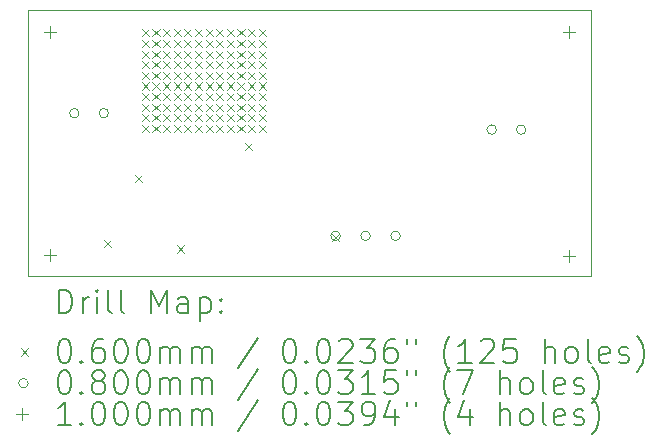
<source format=gbr>
%TF.GenerationSoftware,KiCad,Pcbnew,9.0.1*%
%TF.CreationDate,2025-08-22T15:46:59+05:00*%
%TF.ProjectId,dc_boost_converter,64635f62-6f6f-4737-945f-636f6e766572,rev?*%
%TF.SameCoordinates,Original*%
%TF.FileFunction,Drillmap*%
%TF.FilePolarity,Positive*%
%FSLAX45Y45*%
G04 Gerber Fmt 4.5, Leading zero omitted, Abs format (unit mm)*
G04 Created by KiCad (PCBNEW 9.0.1) date 2025-08-22 15:46:59*
%MOMM*%
%LPD*%
G01*
G04 APERTURE LIST*
%ADD10C,0.050000*%
%ADD11C,0.200000*%
%ADD12C,0.100000*%
G04 APERTURE END LIST*
D10*
X13530000Y-7340000D02*
X18290000Y-7340000D01*
X18290000Y-9590000D01*
X13530000Y-9590000D01*
X13530000Y-7340000D01*
D11*
D12*
X14170000Y-9280000D02*
X14230000Y-9340000D01*
X14230000Y-9280000D02*
X14170000Y-9340000D01*
X14430000Y-8730000D02*
X14490000Y-8790000D01*
X14490000Y-8730000D02*
X14430000Y-8790000D01*
X14490000Y-7500000D02*
X14550000Y-7560000D01*
X14550000Y-7500000D02*
X14490000Y-7560000D01*
X14490000Y-7590000D02*
X14550000Y-7650000D01*
X14550000Y-7590000D02*
X14490000Y-7650000D01*
X14490000Y-7680000D02*
X14550000Y-7740000D01*
X14550000Y-7680000D02*
X14490000Y-7740000D01*
X14490000Y-7770000D02*
X14550000Y-7830000D01*
X14550000Y-7770000D02*
X14490000Y-7830000D01*
X14490000Y-7860000D02*
X14550000Y-7920000D01*
X14550000Y-7860000D02*
X14490000Y-7920000D01*
X14490000Y-7950000D02*
X14550000Y-8010000D01*
X14550000Y-7950000D02*
X14490000Y-8010000D01*
X14490000Y-8040000D02*
X14550000Y-8100000D01*
X14550000Y-8040000D02*
X14490000Y-8100000D01*
X14490000Y-8130000D02*
X14550000Y-8190000D01*
X14550000Y-8130000D02*
X14490000Y-8190000D01*
X14490000Y-8220000D02*
X14550000Y-8280000D01*
X14550000Y-8220000D02*
X14490000Y-8280000D01*
X14490000Y-8310000D02*
X14550000Y-8370000D01*
X14550000Y-8310000D02*
X14490000Y-8370000D01*
X14580000Y-7500000D02*
X14640000Y-7560000D01*
X14640000Y-7500000D02*
X14580000Y-7560000D01*
X14580000Y-7590000D02*
X14640000Y-7650000D01*
X14640000Y-7590000D02*
X14580000Y-7650000D01*
X14580000Y-7680000D02*
X14640000Y-7740000D01*
X14640000Y-7680000D02*
X14580000Y-7740000D01*
X14580000Y-7770000D02*
X14640000Y-7830000D01*
X14640000Y-7770000D02*
X14580000Y-7830000D01*
X14580000Y-7860000D02*
X14640000Y-7920000D01*
X14640000Y-7860000D02*
X14580000Y-7920000D01*
X14580000Y-7950000D02*
X14640000Y-8010000D01*
X14640000Y-7950000D02*
X14580000Y-8010000D01*
X14580000Y-8040000D02*
X14640000Y-8100000D01*
X14640000Y-8040000D02*
X14580000Y-8100000D01*
X14580000Y-8130000D02*
X14640000Y-8190000D01*
X14640000Y-8130000D02*
X14580000Y-8190000D01*
X14580000Y-8220000D02*
X14640000Y-8280000D01*
X14640000Y-8220000D02*
X14580000Y-8280000D01*
X14580000Y-8310000D02*
X14640000Y-8370000D01*
X14640000Y-8310000D02*
X14580000Y-8370000D01*
X14670000Y-7500000D02*
X14730000Y-7560000D01*
X14730000Y-7500000D02*
X14670000Y-7560000D01*
X14670000Y-7590000D02*
X14730000Y-7650000D01*
X14730000Y-7590000D02*
X14670000Y-7650000D01*
X14670000Y-7680000D02*
X14730000Y-7740000D01*
X14730000Y-7680000D02*
X14670000Y-7740000D01*
X14670000Y-7770000D02*
X14730000Y-7830000D01*
X14730000Y-7770000D02*
X14670000Y-7830000D01*
X14670000Y-7860000D02*
X14730000Y-7920000D01*
X14730000Y-7860000D02*
X14670000Y-7920000D01*
X14670000Y-7950000D02*
X14730000Y-8010000D01*
X14730000Y-7950000D02*
X14670000Y-8010000D01*
X14670000Y-8040000D02*
X14730000Y-8100000D01*
X14730000Y-8040000D02*
X14670000Y-8100000D01*
X14670000Y-8130000D02*
X14730000Y-8190000D01*
X14730000Y-8130000D02*
X14670000Y-8190000D01*
X14670000Y-8220000D02*
X14730000Y-8280000D01*
X14730000Y-8220000D02*
X14670000Y-8280000D01*
X14670000Y-8310000D02*
X14730000Y-8370000D01*
X14730000Y-8310000D02*
X14670000Y-8370000D01*
X14760000Y-7500000D02*
X14820000Y-7560000D01*
X14820000Y-7500000D02*
X14760000Y-7560000D01*
X14760000Y-7590000D02*
X14820000Y-7650000D01*
X14820000Y-7590000D02*
X14760000Y-7650000D01*
X14760000Y-7680000D02*
X14820000Y-7740000D01*
X14820000Y-7680000D02*
X14760000Y-7740000D01*
X14760000Y-7770000D02*
X14820000Y-7830000D01*
X14820000Y-7770000D02*
X14760000Y-7830000D01*
X14760000Y-7860000D02*
X14820000Y-7920000D01*
X14820000Y-7860000D02*
X14760000Y-7920000D01*
X14760000Y-7950000D02*
X14820000Y-8010000D01*
X14820000Y-7950000D02*
X14760000Y-8010000D01*
X14760000Y-8040000D02*
X14820000Y-8100000D01*
X14820000Y-8040000D02*
X14760000Y-8100000D01*
X14760000Y-8130000D02*
X14820000Y-8190000D01*
X14820000Y-8130000D02*
X14760000Y-8190000D01*
X14760000Y-8220000D02*
X14820000Y-8280000D01*
X14820000Y-8220000D02*
X14760000Y-8280000D01*
X14760000Y-8310000D02*
X14820000Y-8370000D01*
X14820000Y-8310000D02*
X14760000Y-8370000D01*
X14790000Y-9330000D02*
X14850000Y-9390000D01*
X14850000Y-9330000D02*
X14790000Y-9390000D01*
X14850000Y-7500000D02*
X14910000Y-7560000D01*
X14910000Y-7500000D02*
X14850000Y-7560000D01*
X14850000Y-7590000D02*
X14910000Y-7650000D01*
X14910000Y-7590000D02*
X14850000Y-7650000D01*
X14850000Y-7680000D02*
X14910000Y-7740000D01*
X14910000Y-7680000D02*
X14850000Y-7740000D01*
X14850000Y-7770000D02*
X14910000Y-7830000D01*
X14910000Y-7770000D02*
X14850000Y-7830000D01*
X14850000Y-7860000D02*
X14910000Y-7920000D01*
X14910000Y-7860000D02*
X14850000Y-7920000D01*
X14850000Y-7950000D02*
X14910000Y-8010000D01*
X14910000Y-7950000D02*
X14850000Y-8010000D01*
X14850000Y-8040000D02*
X14910000Y-8100000D01*
X14910000Y-8040000D02*
X14850000Y-8100000D01*
X14850000Y-8130000D02*
X14910000Y-8190000D01*
X14910000Y-8130000D02*
X14850000Y-8190000D01*
X14850000Y-8220000D02*
X14910000Y-8280000D01*
X14910000Y-8220000D02*
X14850000Y-8280000D01*
X14850000Y-8310000D02*
X14910000Y-8370000D01*
X14910000Y-8310000D02*
X14850000Y-8370000D01*
X14940000Y-7500000D02*
X15000000Y-7560000D01*
X15000000Y-7500000D02*
X14940000Y-7560000D01*
X14940000Y-7590000D02*
X15000000Y-7650000D01*
X15000000Y-7590000D02*
X14940000Y-7650000D01*
X14940000Y-7680000D02*
X15000000Y-7740000D01*
X15000000Y-7680000D02*
X14940000Y-7740000D01*
X14940000Y-7770000D02*
X15000000Y-7830000D01*
X15000000Y-7770000D02*
X14940000Y-7830000D01*
X14940000Y-7860000D02*
X15000000Y-7920000D01*
X15000000Y-7860000D02*
X14940000Y-7920000D01*
X14940000Y-7950000D02*
X15000000Y-8010000D01*
X15000000Y-7950000D02*
X14940000Y-8010000D01*
X14940000Y-8040000D02*
X15000000Y-8100000D01*
X15000000Y-8040000D02*
X14940000Y-8100000D01*
X14940000Y-8130000D02*
X15000000Y-8190000D01*
X15000000Y-8130000D02*
X14940000Y-8190000D01*
X14940000Y-8220000D02*
X15000000Y-8280000D01*
X15000000Y-8220000D02*
X14940000Y-8280000D01*
X14940000Y-8310000D02*
X15000000Y-8370000D01*
X15000000Y-8310000D02*
X14940000Y-8370000D01*
X15030000Y-7500000D02*
X15090000Y-7560000D01*
X15090000Y-7500000D02*
X15030000Y-7560000D01*
X15030000Y-7590000D02*
X15090000Y-7650000D01*
X15090000Y-7590000D02*
X15030000Y-7650000D01*
X15030000Y-7680000D02*
X15090000Y-7740000D01*
X15090000Y-7680000D02*
X15030000Y-7740000D01*
X15030000Y-7770000D02*
X15090000Y-7830000D01*
X15090000Y-7770000D02*
X15030000Y-7830000D01*
X15030000Y-7860000D02*
X15090000Y-7920000D01*
X15090000Y-7860000D02*
X15030000Y-7920000D01*
X15030000Y-7950000D02*
X15090000Y-8010000D01*
X15090000Y-7950000D02*
X15030000Y-8010000D01*
X15030000Y-8040000D02*
X15090000Y-8100000D01*
X15090000Y-8040000D02*
X15030000Y-8100000D01*
X15030000Y-8130000D02*
X15090000Y-8190000D01*
X15090000Y-8130000D02*
X15030000Y-8190000D01*
X15030000Y-8220000D02*
X15090000Y-8280000D01*
X15090000Y-8220000D02*
X15030000Y-8280000D01*
X15030000Y-8310000D02*
X15090000Y-8370000D01*
X15090000Y-8310000D02*
X15030000Y-8370000D01*
X15120000Y-7500000D02*
X15180000Y-7560000D01*
X15180000Y-7500000D02*
X15120000Y-7560000D01*
X15120000Y-7590000D02*
X15180000Y-7650000D01*
X15180000Y-7590000D02*
X15120000Y-7650000D01*
X15120000Y-7680000D02*
X15180000Y-7740000D01*
X15180000Y-7680000D02*
X15120000Y-7740000D01*
X15120000Y-7770000D02*
X15180000Y-7830000D01*
X15180000Y-7770000D02*
X15120000Y-7830000D01*
X15120000Y-7860000D02*
X15180000Y-7920000D01*
X15180000Y-7860000D02*
X15120000Y-7920000D01*
X15120000Y-7950000D02*
X15180000Y-8010000D01*
X15180000Y-7950000D02*
X15120000Y-8010000D01*
X15120000Y-8040000D02*
X15180000Y-8100000D01*
X15180000Y-8040000D02*
X15120000Y-8100000D01*
X15120000Y-8130000D02*
X15180000Y-8190000D01*
X15180000Y-8130000D02*
X15120000Y-8190000D01*
X15120000Y-8220000D02*
X15180000Y-8280000D01*
X15180000Y-8220000D02*
X15120000Y-8280000D01*
X15120000Y-8310000D02*
X15180000Y-8370000D01*
X15180000Y-8310000D02*
X15120000Y-8370000D01*
X15210000Y-7500000D02*
X15270000Y-7560000D01*
X15270000Y-7500000D02*
X15210000Y-7560000D01*
X15210000Y-7590000D02*
X15270000Y-7650000D01*
X15270000Y-7590000D02*
X15210000Y-7650000D01*
X15210000Y-7680000D02*
X15270000Y-7740000D01*
X15270000Y-7680000D02*
X15210000Y-7740000D01*
X15210000Y-7770000D02*
X15270000Y-7830000D01*
X15270000Y-7770000D02*
X15210000Y-7830000D01*
X15210000Y-7860000D02*
X15270000Y-7920000D01*
X15270000Y-7860000D02*
X15210000Y-7920000D01*
X15210000Y-7950000D02*
X15270000Y-8010000D01*
X15270000Y-7950000D02*
X15210000Y-8010000D01*
X15210000Y-8040000D02*
X15270000Y-8100000D01*
X15270000Y-8040000D02*
X15210000Y-8100000D01*
X15210000Y-8130000D02*
X15270000Y-8190000D01*
X15270000Y-8130000D02*
X15210000Y-8190000D01*
X15210000Y-8220000D02*
X15270000Y-8280000D01*
X15270000Y-8220000D02*
X15210000Y-8280000D01*
X15210000Y-8310000D02*
X15270000Y-8370000D01*
X15270000Y-8310000D02*
X15210000Y-8370000D01*
X15300000Y-7500000D02*
X15360000Y-7560000D01*
X15360000Y-7500000D02*
X15300000Y-7560000D01*
X15300000Y-7590000D02*
X15360000Y-7650000D01*
X15360000Y-7590000D02*
X15300000Y-7650000D01*
X15300000Y-7680000D02*
X15360000Y-7740000D01*
X15360000Y-7680000D02*
X15300000Y-7740000D01*
X15300000Y-7770000D02*
X15360000Y-7830000D01*
X15360000Y-7770000D02*
X15300000Y-7830000D01*
X15300000Y-7860000D02*
X15360000Y-7920000D01*
X15360000Y-7860000D02*
X15300000Y-7920000D01*
X15300000Y-7950000D02*
X15360000Y-8010000D01*
X15360000Y-7950000D02*
X15300000Y-8010000D01*
X15300000Y-8040000D02*
X15360000Y-8100000D01*
X15360000Y-8040000D02*
X15300000Y-8100000D01*
X15300000Y-8130000D02*
X15360000Y-8190000D01*
X15360000Y-8130000D02*
X15300000Y-8190000D01*
X15300000Y-8220000D02*
X15360000Y-8280000D01*
X15360000Y-8220000D02*
X15300000Y-8280000D01*
X15300000Y-8310000D02*
X15360000Y-8370000D01*
X15360000Y-8310000D02*
X15300000Y-8370000D01*
X15360000Y-8460000D02*
X15420000Y-8520000D01*
X15420000Y-8460000D02*
X15360000Y-8520000D01*
X15390000Y-7500000D02*
X15450000Y-7560000D01*
X15450000Y-7500000D02*
X15390000Y-7560000D01*
X15390000Y-7590000D02*
X15450000Y-7650000D01*
X15450000Y-7590000D02*
X15390000Y-7650000D01*
X15390000Y-7680000D02*
X15450000Y-7740000D01*
X15450000Y-7680000D02*
X15390000Y-7740000D01*
X15390000Y-7770000D02*
X15450000Y-7830000D01*
X15450000Y-7770000D02*
X15390000Y-7830000D01*
X15390000Y-7860000D02*
X15450000Y-7920000D01*
X15450000Y-7860000D02*
X15390000Y-7920000D01*
X15390000Y-7950000D02*
X15450000Y-8010000D01*
X15450000Y-7950000D02*
X15390000Y-8010000D01*
X15390000Y-8040000D02*
X15450000Y-8100000D01*
X15450000Y-8040000D02*
X15390000Y-8100000D01*
X15390000Y-8130000D02*
X15450000Y-8190000D01*
X15450000Y-8130000D02*
X15390000Y-8190000D01*
X15390000Y-8220000D02*
X15450000Y-8280000D01*
X15450000Y-8220000D02*
X15390000Y-8280000D01*
X15390000Y-8310000D02*
X15450000Y-8370000D01*
X15450000Y-8310000D02*
X15390000Y-8370000D01*
X15480000Y-7500000D02*
X15540000Y-7560000D01*
X15540000Y-7500000D02*
X15480000Y-7560000D01*
X15480000Y-7590000D02*
X15540000Y-7650000D01*
X15540000Y-7590000D02*
X15480000Y-7650000D01*
X15480000Y-7680000D02*
X15540000Y-7740000D01*
X15540000Y-7680000D02*
X15480000Y-7740000D01*
X15480000Y-7770000D02*
X15540000Y-7830000D01*
X15540000Y-7770000D02*
X15480000Y-7830000D01*
X15480000Y-7860000D02*
X15540000Y-7920000D01*
X15540000Y-7860000D02*
X15480000Y-7920000D01*
X15480000Y-7950000D02*
X15540000Y-8010000D01*
X15540000Y-7950000D02*
X15480000Y-8010000D01*
X15480000Y-8040000D02*
X15540000Y-8100000D01*
X15540000Y-8040000D02*
X15480000Y-8100000D01*
X15480000Y-8130000D02*
X15540000Y-8190000D01*
X15540000Y-8130000D02*
X15480000Y-8190000D01*
X15480000Y-8220000D02*
X15540000Y-8280000D01*
X15540000Y-8220000D02*
X15480000Y-8280000D01*
X15480000Y-8310000D02*
X15540000Y-8370000D01*
X15540000Y-8310000D02*
X15480000Y-8370000D01*
X16100000Y-9230000D02*
X16160000Y-9290000D01*
X16160000Y-9230000D02*
X16100000Y-9290000D01*
X13958238Y-8210000D02*
G75*
G02*
X13878238Y-8210000I-40000J0D01*
G01*
X13878238Y-8210000D02*
G75*
G02*
X13958238Y-8210000I40000J0D01*
G01*
X14208238Y-8210000D02*
G75*
G02*
X14128238Y-8210000I-40000J0D01*
G01*
X14128238Y-8210000D02*
G75*
G02*
X14208238Y-8210000I40000J0D01*
G01*
X16170000Y-9250000D02*
G75*
G02*
X16090000Y-9250000I-40000J0D01*
G01*
X16090000Y-9250000D02*
G75*
G02*
X16170000Y-9250000I40000J0D01*
G01*
X16424000Y-9250000D02*
G75*
G02*
X16344000Y-9250000I-40000J0D01*
G01*
X16344000Y-9250000D02*
G75*
G02*
X16424000Y-9250000I40000J0D01*
G01*
X16678000Y-9250000D02*
G75*
G02*
X16598000Y-9250000I-40000J0D01*
G01*
X16598000Y-9250000D02*
G75*
G02*
X16678000Y-9250000I40000J0D01*
G01*
X17491762Y-8350000D02*
G75*
G02*
X17411762Y-8350000I-40000J0D01*
G01*
X17411762Y-8350000D02*
G75*
G02*
X17491762Y-8350000I40000J0D01*
G01*
X17741762Y-8350000D02*
G75*
G02*
X17661762Y-8350000I-40000J0D01*
G01*
X17661762Y-8350000D02*
G75*
G02*
X17741762Y-8350000I40000J0D01*
G01*
X13710000Y-7470000D02*
X13710000Y-7570000D01*
X13660000Y-7520000D02*
X13760000Y-7520000D01*
X13710000Y-9360000D02*
X13710000Y-9460000D01*
X13660000Y-9410000D02*
X13760000Y-9410000D01*
X18110000Y-7470000D02*
X18110000Y-7570000D01*
X18060000Y-7520000D02*
X18160000Y-7520000D01*
X18110000Y-9370000D02*
X18110000Y-9470000D01*
X18060000Y-9420000D02*
X18160000Y-9420000D01*
D11*
X13788277Y-9903984D02*
X13788277Y-9703984D01*
X13788277Y-9703984D02*
X13835896Y-9703984D01*
X13835896Y-9703984D02*
X13864467Y-9713508D01*
X13864467Y-9713508D02*
X13883515Y-9732555D01*
X13883515Y-9732555D02*
X13893039Y-9751603D01*
X13893039Y-9751603D02*
X13902562Y-9789698D01*
X13902562Y-9789698D02*
X13902562Y-9818270D01*
X13902562Y-9818270D02*
X13893039Y-9856365D01*
X13893039Y-9856365D02*
X13883515Y-9875412D01*
X13883515Y-9875412D02*
X13864467Y-9894460D01*
X13864467Y-9894460D02*
X13835896Y-9903984D01*
X13835896Y-9903984D02*
X13788277Y-9903984D01*
X13988277Y-9903984D02*
X13988277Y-9770650D01*
X13988277Y-9808746D02*
X13997801Y-9789698D01*
X13997801Y-9789698D02*
X14007324Y-9780174D01*
X14007324Y-9780174D02*
X14026372Y-9770650D01*
X14026372Y-9770650D02*
X14045420Y-9770650D01*
X14112086Y-9903984D02*
X14112086Y-9770650D01*
X14112086Y-9703984D02*
X14102562Y-9713508D01*
X14102562Y-9713508D02*
X14112086Y-9723031D01*
X14112086Y-9723031D02*
X14121610Y-9713508D01*
X14121610Y-9713508D02*
X14112086Y-9703984D01*
X14112086Y-9703984D02*
X14112086Y-9723031D01*
X14235896Y-9903984D02*
X14216848Y-9894460D01*
X14216848Y-9894460D02*
X14207324Y-9875412D01*
X14207324Y-9875412D02*
X14207324Y-9703984D01*
X14340658Y-9903984D02*
X14321610Y-9894460D01*
X14321610Y-9894460D02*
X14312086Y-9875412D01*
X14312086Y-9875412D02*
X14312086Y-9703984D01*
X14569229Y-9903984D02*
X14569229Y-9703984D01*
X14569229Y-9703984D02*
X14635896Y-9846841D01*
X14635896Y-9846841D02*
X14702562Y-9703984D01*
X14702562Y-9703984D02*
X14702562Y-9903984D01*
X14883515Y-9903984D02*
X14883515Y-9799222D01*
X14883515Y-9799222D02*
X14873991Y-9780174D01*
X14873991Y-9780174D02*
X14854943Y-9770650D01*
X14854943Y-9770650D02*
X14816848Y-9770650D01*
X14816848Y-9770650D02*
X14797801Y-9780174D01*
X14883515Y-9894460D02*
X14864467Y-9903984D01*
X14864467Y-9903984D02*
X14816848Y-9903984D01*
X14816848Y-9903984D02*
X14797801Y-9894460D01*
X14797801Y-9894460D02*
X14788277Y-9875412D01*
X14788277Y-9875412D02*
X14788277Y-9856365D01*
X14788277Y-9856365D02*
X14797801Y-9837317D01*
X14797801Y-9837317D02*
X14816848Y-9827793D01*
X14816848Y-9827793D02*
X14864467Y-9827793D01*
X14864467Y-9827793D02*
X14883515Y-9818270D01*
X14978753Y-9770650D02*
X14978753Y-9970650D01*
X14978753Y-9780174D02*
X14997801Y-9770650D01*
X14997801Y-9770650D02*
X15035896Y-9770650D01*
X15035896Y-9770650D02*
X15054943Y-9780174D01*
X15054943Y-9780174D02*
X15064467Y-9789698D01*
X15064467Y-9789698D02*
X15073991Y-9808746D01*
X15073991Y-9808746D02*
X15073991Y-9865889D01*
X15073991Y-9865889D02*
X15064467Y-9884936D01*
X15064467Y-9884936D02*
X15054943Y-9894460D01*
X15054943Y-9894460D02*
X15035896Y-9903984D01*
X15035896Y-9903984D02*
X14997801Y-9903984D01*
X14997801Y-9903984D02*
X14978753Y-9894460D01*
X15159705Y-9884936D02*
X15169229Y-9894460D01*
X15169229Y-9894460D02*
X15159705Y-9903984D01*
X15159705Y-9903984D02*
X15150182Y-9894460D01*
X15150182Y-9894460D02*
X15159705Y-9884936D01*
X15159705Y-9884936D02*
X15159705Y-9903984D01*
X15159705Y-9780174D02*
X15169229Y-9789698D01*
X15169229Y-9789698D02*
X15159705Y-9799222D01*
X15159705Y-9799222D02*
X15150182Y-9789698D01*
X15150182Y-9789698D02*
X15159705Y-9780174D01*
X15159705Y-9780174D02*
X15159705Y-9799222D01*
D12*
X13467500Y-10202500D02*
X13527500Y-10262500D01*
X13527500Y-10202500D02*
X13467500Y-10262500D01*
D11*
X13826372Y-10123984D02*
X13845420Y-10123984D01*
X13845420Y-10123984D02*
X13864467Y-10133508D01*
X13864467Y-10133508D02*
X13873991Y-10143031D01*
X13873991Y-10143031D02*
X13883515Y-10162079D01*
X13883515Y-10162079D02*
X13893039Y-10200174D01*
X13893039Y-10200174D02*
X13893039Y-10247793D01*
X13893039Y-10247793D02*
X13883515Y-10285889D01*
X13883515Y-10285889D02*
X13873991Y-10304936D01*
X13873991Y-10304936D02*
X13864467Y-10314460D01*
X13864467Y-10314460D02*
X13845420Y-10323984D01*
X13845420Y-10323984D02*
X13826372Y-10323984D01*
X13826372Y-10323984D02*
X13807324Y-10314460D01*
X13807324Y-10314460D02*
X13797801Y-10304936D01*
X13797801Y-10304936D02*
X13788277Y-10285889D01*
X13788277Y-10285889D02*
X13778753Y-10247793D01*
X13778753Y-10247793D02*
X13778753Y-10200174D01*
X13778753Y-10200174D02*
X13788277Y-10162079D01*
X13788277Y-10162079D02*
X13797801Y-10143031D01*
X13797801Y-10143031D02*
X13807324Y-10133508D01*
X13807324Y-10133508D02*
X13826372Y-10123984D01*
X13978753Y-10304936D02*
X13988277Y-10314460D01*
X13988277Y-10314460D02*
X13978753Y-10323984D01*
X13978753Y-10323984D02*
X13969229Y-10314460D01*
X13969229Y-10314460D02*
X13978753Y-10304936D01*
X13978753Y-10304936D02*
X13978753Y-10323984D01*
X14159705Y-10123984D02*
X14121610Y-10123984D01*
X14121610Y-10123984D02*
X14102562Y-10133508D01*
X14102562Y-10133508D02*
X14093039Y-10143031D01*
X14093039Y-10143031D02*
X14073991Y-10171603D01*
X14073991Y-10171603D02*
X14064467Y-10209698D01*
X14064467Y-10209698D02*
X14064467Y-10285889D01*
X14064467Y-10285889D02*
X14073991Y-10304936D01*
X14073991Y-10304936D02*
X14083515Y-10314460D01*
X14083515Y-10314460D02*
X14102562Y-10323984D01*
X14102562Y-10323984D02*
X14140658Y-10323984D01*
X14140658Y-10323984D02*
X14159705Y-10314460D01*
X14159705Y-10314460D02*
X14169229Y-10304936D01*
X14169229Y-10304936D02*
X14178753Y-10285889D01*
X14178753Y-10285889D02*
X14178753Y-10238270D01*
X14178753Y-10238270D02*
X14169229Y-10219222D01*
X14169229Y-10219222D02*
X14159705Y-10209698D01*
X14159705Y-10209698D02*
X14140658Y-10200174D01*
X14140658Y-10200174D02*
X14102562Y-10200174D01*
X14102562Y-10200174D02*
X14083515Y-10209698D01*
X14083515Y-10209698D02*
X14073991Y-10219222D01*
X14073991Y-10219222D02*
X14064467Y-10238270D01*
X14302562Y-10123984D02*
X14321610Y-10123984D01*
X14321610Y-10123984D02*
X14340658Y-10133508D01*
X14340658Y-10133508D02*
X14350182Y-10143031D01*
X14350182Y-10143031D02*
X14359705Y-10162079D01*
X14359705Y-10162079D02*
X14369229Y-10200174D01*
X14369229Y-10200174D02*
X14369229Y-10247793D01*
X14369229Y-10247793D02*
X14359705Y-10285889D01*
X14359705Y-10285889D02*
X14350182Y-10304936D01*
X14350182Y-10304936D02*
X14340658Y-10314460D01*
X14340658Y-10314460D02*
X14321610Y-10323984D01*
X14321610Y-10323984D02*
X14302562Y-10323984D01*
X14302562Y-10323984D02*
X14283515Y-10314460D01*
X14283515Y-10314460D02*
X14273991Y-10304936D01*
X14273991Y-10304936D02*
X14264467Y-10285889D01*
X14264467Y-10285889D02*
X14254943Y-10247793D01*
X14254943Y-10247793D02*
X14254943Y-10200174D01*
X14254943Y-10200174D02*
X14264467Y-10162079D01*
X14264467Y-10162079D02*
X14273991Y-10143031D01*
X14273991Y-10143031D02*
X14283515Y-10133508D01*
X14283515Y-10133508D02*
X14302562Y-10123984D01*
X14493039Y-10123984D02*
X14512086Y-10123984D01*
X14512086Y-10123984D02*
X14531134Y-10133508D01*
X14531134Y-10133508D02*
X14540658Y-10143031D01*
X14540658Y-10143031D02*
X14550182Y-10162079D01*
X14550182Y-10162079D02*
X14559705Y-10200174D01*
X14559705Y-10200174D02*
X14559705Y-10247793D01*
X14559705Y-10247793D02*
X14550182Y-10285889D01*
X14550182Y-10285889D02*
X14540658Y-10304936D01*
X14540658Y-10304936D02*
X14531134Y-10314460D01*
X14531134Y-10314460D02*
X14512086Y-10323984D01*
X14512086Y-10323984D02*
X14493039Y-10323984D01*
X14493039Y-10323984D02*
X14473991Y-10314460D01*
X14473991Y-10314460D02*
X14464467Y-10304936D01*
X14464467Y-10304936D02*
X14454943Y-10285889D01*
X14454943Y-10285889D02*
X14445420Y-10247793D01*
X14445420Y-10247793D02*
X14445420Y-10200174D01*
X14445420Y-10200174D02*
X14454943Y-10162079D01*
X14454943Y-10162079D02*
X14464467Y-10143031D01*
X14464467Y-10143031D02*
X14473991Y-10133508D01*
X14473991Y-10133508D02*
X14493039Y-10123984D01*
X14645420Y-10323984D02*
X14645420Y-10190650D01*
X14645420Y-10209698D02*
X14654943Y-10200174D01*
X14654943Y-10200174D02*
X14673991Y-10190650D01*
X14673991Y-10190650D02*
X14702563Y-10190650D01*
X14702563Y-10190650D02*
X14721610Y-10200174D01*
X14721610Y-10200174D02*
X14731134Y-10219222D01*
X14731134Y-10219222D02*
X14731134Y-10323984D01*
X14731134Y-10219222D02*
X14740658Y-10200174D01*
X14740658Y-10200174D02*
X14759705Y-10190650D01*
X14759705Y-10190650D02*
X14788277Y-10190650D01*
X14788277Y-10190650D02*
X14807324Y-10200174D01*
X14807324Y-10200174D02*
X14816848Y-10219222D01*
X14816848Y-10219222D02*
X14816848Y-10323984D01*
X14912086Y-10323984D02*
X14912086Y-10190650D01*
X14912086Y-10209698D02*
X14921610Y-10200174D01*
X14921610Y-10200174D02*
X14940658Y-10190650D01*
X14940658Y-10190650D02*
X14969229Y-10190650D01*
X14969229Y-10190650D02*
X14988277Y-10200174D01*
X14988277Y-10200174D02*
X14997801Y-10219222D01*
X14997801Y-10219222D02*
X14997801Y-10323984D01*
X14997801Y-10219222D02*
X15007324Y-10200174D01*
X15007324Y-10200174D02*
X15026372Y-10190650D01*
X15026372Y-10190650D02*
X15054943Y-10190650D01*
X15054943Y-10190650D02*
X15073991Y-10200174D01*
X15073991Y-10200174D02*
X15083515Y-10219222D01*
X15083515Y-10219222D02*
X15083515Y-10323984D01*
X15473991Y-10114460D02*
X15302563Y-10371603D01*
X15731134Y-10123984D02*
X15750182Y-10123984D01*
X15750182Y-10123984D02*
X15769229Y-10133508D01*
X15769229Y-10133508D02*
X15778753Y-10143031D01*
X15778753Y-10143031D02*
X15788277Y-10162079D01*
X15788277Y-10162079D02*
X15797801Y-10200174D01*
X15797801Y-10200174D02*
X15797801Y-10247793D01*
X15797801Y-10247793D02*
X15788277Y-10285889D01*
X15788277Y-10285889D02*
X15778753Y-10304936D01*
X15778753Y-10304936D02*
X15769229Y-10314460D01*
X15769229Y-10314460D02*
X15750182Y-10323984D01*
X15750182Y-10323984D02*
X15731134Y-10323984D01*
X15731134Y-10323984D02*
X15712086Y-10314460D01*
X15712086Y-10314460D02*
X15702563Y-10304936D01*
X15702563Y-10304936D02*
X15693039Y-10285889D01*
X15693039Y-10285889D02*
X15683515Y-10247793D01*
X15683515Y-10247793D02*
X15683515Y-10200174D01*
X15683515Y-10200174D02*
X15693039Y-10162079D01*
X15693039Y-10162079D02*
X15702563Y-10143031D01*
X15702563Y-10143031D02*
X15712086Y-10133508D01*
X15712086Y-10133508D02*
X15731134Y-10123984D01*
X15883515Y-10304936D02*
X15893039Y-10314460D01*
X15893039Y-10314460D02*
X15883515Y-10323984D01*
X15883515Y-10323984D02*
X15873991Y-10314460D01*
X15873991Y-10314460D02*
X15883515Y-10304936D01*
X15883515Y-10304936D02*
X15883515Y-10323984D01*
X16016848Y-10123984D02*
X16035896Y-10123984D01*
X16035896Y-10123984D02*
X16054944Y-10133508D01*
X16054944Y-10133508D02*
X16064467Y-10143031D01*
X16064467Y-10143031D02*
X16073991Y-10162079D01*
X16073991Y-10162079D02*
X16083515Y-10200174D01*
X16083515Y-10200174D02*
X16083515Y-10247793D01*
X16083515Y-10247793D02*
X16073991Y-10285889D01*
X16073991Y-10285889D02*
X16064467Y-10304936D01*
X16064467Y-10304936D02*
X16054944Y-10314460D01*
X16054944Y-10314460D02*
X16035896Y-10323984D01*
X16035896Y-10323984D02*
X16016848Y-10323984D01*
X16016848Y-10323984D02*
X15997801Y-10314460D01*
X15997801Y-10314460D02*
X15988277Y-10304936D01*
X15988277Y-10304936D02*
X15978753Y-10285889D01*
X15978753Y-10285889D02*
X15969229Y-10247793D01*
X15969229Y-10247793D02*
X15969229Y-10200174D01*
X15969229Y-10200174D02*
X15978753Y-10162079D01*
X15978753Y-10162079D02*
X15988277Y-10143031D01*
X15988277Y-10143031D02*
X15997801Y-10133508D01*
X15997801Y-10133508D02*
X16016848Y-10123984D01*
X16159706Y-10143031D02*
X16169229Y-10133508D01*
X16169229Y-10133508D02*
X16188277Y-10123984D01*
X16188277Y-10123984D02*
X16235896Y-10123984D01*
X16235896Y-10123984D02*
X16254944Y-10133508D01*
X16254944Y-10133508D02*
X16264467Y-10143031D01*
X16264467Y-10143031D02*
X16273991Y-10162079D01*
X16273991Y-10162079D02*
X16273991Y-10181127D01*
X16273991Y-10181127D02*
X16264467Y-10209698D01*
X16264467Y-10209698D02*
X16150182Y-10323984D01*
X16150182Y-10323984D02*
X16273991Y-10323984D01*
X16340658Y-10123984D02*
X16464467Y-10123984D01*
X16464467Y-10123984D02*
X16397801Y-10200174D01*
X16397801Y-10200174D02*
X16426372Y-10200174D01*
X16426372Y-10200174D02*
X16445420Y-10209698D01*
X16445420Y-10209698D02*
X16454944Y-10219222D01*
X16454944Y-10219222D02*
X16464467Y-10238270D01*
X16464467Y-10238270D02*
X16464467Y-10285889D01*
X16464467Y-10285889D02*
X16454944Y-10304936D01*
X16454944Y-10304936D02*
X16445420Y-10314460D01*
X16445420Y-10314460D02*
X16426372Y-10323984D01*
X16426372Y-10323984D02*
X16369229Y-10323984D01*
X16369229Y-10323984D02*
X16350182Y-10314460D01*
X16350182Y-10314460D02*
X16340658Y-10304936D01*
X16635896Y-10123984D02*
X16597801Y-10123984D01*
X16597801Y-10123984D02*
X16578753Y-10133508D01*
X16578753Y-10133508D02*
X16569229Y-10143031D01*
X16569229Y-10143031D02*
X16550182Y-10171603D01*
X16550182Y-10171603D02*
X16540658Y-10209698D01*
X16540658Y-10209698D02*
X16540658Y-10285889D01*
X16540658Y-10285889D02*
X16550182Y-10304936D01*
X16550182Y-10304936D02*
X16559706Y-10314460D01*
X16559706Y-10314460D02*
X16578753Y-10323984D01*
X16578753Y-10323984D02*
X16616848Y-10323984D01*
X16616848Y-10323984D02*
X16635896Y-10314460D01*
X16635896Y-10314460D02*
X16645420Y-10304936D01*
X16645420Y-10304936D02*
X16654944Y-10285889D01*
X16654944Y-10285889D02*
X16654944Y-10238270D01*
X16654944Y-10238270D02*
X16645420Y-10219222D01*
X16645420Y-10219222D02*
X16635896Y-10209698D01*
X16635896Y-10209698D02*
X16616848Y-10200174D01*
X16616848Y-10200174D02*
X16578753Y-10200174D01*
X16578753Y-10200174D02*
X16559706Y-10209698D01*
X16559706Y-10209698D02*
X16550182Y-10219222D01*
X16550182Y-10219222D02*
X16540658Y-10238270D01*
X16731134Y-10123984D02*
X16731134Y-10162079D01*
X16807325Y-10123984D02*
X16807325Y-10162079D01*
X17102563Y-10400174D02*
X17093039Y-10390650D01*
X17093039Y-10390650D02*
X17073991Y-10362079D01*
X17073991Y-10362079D02*
X17064468Y-10343031D01*
X17064468Y-10343031D02*
X17054944Y-10314460D01*
X17054944Y-10314460D02*
X17045420Y-10266841D01*
X17045420Y-10266841D02*
X17045420Y-10228746D01*
X17045420Y-10228746D02*
X17054944Y-10181127D01*
X17054944Y-10181127D02*
X17064468Y-10152555D01*
X17064468Y-10152555D02*
X17073991Y-10133508D01*
X17073991Y-10133508D02*
X17093039Y-10104936D01*
X17093039Y-10104936D02*
X17102563Y-10095412D01*
X17283515Y-10323984D02*
X17169230Y-10323984D01*
X17226372Y-10323984D02*
X17226372Y-10123984D01*
X17226372Y-10123984D02*
X17207325Y-10152555D01*
X17207325Y-10152555D02*
X17188277Y-10171603D01*
X17188277Y-10171603D02*
X17169230Y-10181127D01*
X17359706Y-10143031D02*
X17369230Y-10133508D01*
X17369230Y-10133508D02*
X17388277Y-10123984D01*
X17388277Y-10123984D02*
X17435896Y-10123984D01*
X17435896Y-10123984D02*
X17454944Y-10133508D01*
X17454944Y-10133508D02*
X17464468Y-10143031D01*
X17464468Y-10143031D02*
X17473991Y-10162079D01*
X17473991Y-10162079D02*
X17473991Y-10181127D01*
X17473991Y-10181127D02*
X17464468Y-10209698D01*
X17464468Y-10209698D02*
X17350182Y-10323984D01*
X17350182Y-10323984D02*
X17473991Y-10323984D01*
X17654944Y-10123984D02*
X17559706Y-10123984D01*
X17559706Y-10123984D02*
X17550182Y-10219222D01*
X17550182Y-10219222D02*
X17559706Y-10209698D01*
X17559706Y-10209698D02*
X17578753Y-10200174D01*
X17578753Y-10200174D02*
X17626372Y-10200174D01*
X17626372Y-10200174D02*
X17645420Y-10209698D01*
X17645420Y-10209698D02*
X17654944Y-10219222D01*
X17654944Y-10219222D02*
X17664468Y-10238270D01*
X17664468Y-10238270D02*
X17664468Y-10285889D01*
X17664468Y-10285889D02*
X17654944Y-10304936D01*
X17654944Y-10304936D02*
X17645420Y-10314460D01*
X17645420Y-10314460D02*
X17626372Y-10323984D01*
X17626372Y-10323984D02*
X17578753Y-10323984D01*
X17578753Y-10323984D02*
X17559706Y-10314460D01*
X17559706Y-10314460D02*
X17550182Y-10304936D01*
X17902563Y-10323984D02*
X17902563Y-10123984D01*
X17988277Y-10323984D02*
X17988277Y-10219222D01*
X17988277Y-10219222D02*
X17978753Y-10200174D01*
X17978753Y-10200174D02*
X17959706Y-10190650D01*
X17959706Y-10190650D02*
X17931134Y-10190650D01*
X17931134Y-10190650D02*
X17912087Y-10200174D01*
X17912087Y-10200174D02*
X17902563Y-10209698D01*
X18112087Y-10323984D02*
X18093039Y-10314460D01*
X18093039Y-10314460D02*
X18083515Y-10304936D01*
X18083515Y-10304936D02*
X18073992Y-10285889D01*
X18073992Y-10285889D02*
X18073992Y-10228746D01*
X18073992Y-10228746D02*
X18083515Y-10209698D01*
X18083515Y-10209698D02*
X18093039Y-10200174D01*
X18093039Y-10200174D02*
X18112087Y-10190650D01*
X18112087Y-10190650D02*
X18140658Y-10190650D01*
X18140658Y-10190650D02*
X18159706Y-10200174D01*
X18159706Y-10200174D02*
X18169230Y-10209698D01*
X18169230Y-10209698D02*
X18178753Y-10228746D01*
X18178753Y-10228746D02*
X18178753Y-10285889D01*
X18178753Y-10285889D02*
X18169230Y-10304936D01*
X18169230Y-10304936D02*
X18159706Y-10314460D01*
X18159706Y-10314460D02*
X18140658Y-10323984D01*
X18140658Y-10323984D02*
X18112087Y-10323984D01*
X18293039Y-10323984D02*
X18273992Y-10314460D01*
X18273992Y-10314460D02*
X18264468Y-10295412D01*
X18264468Y-10295412D02*
X18264468Y-10123984D01*
X18445420Y-10314460D02*
X18426373Y-10323984D01*
X18426373Y-10323984D02*
X18388277Y-10323984D01*
X18388277Y-10323984D02*
X18369230Y-10314460D01*
X18369230Y-10314460D02*
X18359706Y-10295412D01*
X18359706Y-10295412D02*
X18359706Y-10219222D01*
X18359706Y-10219222D02*
X18369230Y-10200174D01*
X18369230Y-10200174D02*
X18388277Y-10190650D01*
X18388277Y-10190650D02*
X18426373Y-10190650D01*
X18426373Y-10190650D02*
X18445420Y-10200174D01*
X18445420Y-10200174D02*
X18454944Y-10219222D01*
X18454944Y-10219222D02*
X18454944Y-10238270D01*
X18454944Y-10238270D02*
X18359706Y-10257317D01*
X18531134Y-10314460D02*
X18550182Y-10323984D01*
X18550182Y-10323984D02*
X18588277Y-10323984D01*
X18588277Y-10323984D02*
X18607325Y-10314460D01*
X18607325Y-10314460D02*
X18616849Y-10295412D01*
X18616849Y-10295412D02*
X18616849Y-10285889D01*
X18616849Y-10285889D02*
X18607325Y-10266841D01*
X18607325Y-10266841D02*
X18588277Y-10257317D01*
X18588277Y-10257317D02*
X18559706Y-10257317D01*
X18559706Y-10257317D02*
X18540658Y-10247793D01*
X18540658Y-10247793D02*
X18531134Y-10228746D01*
X18531134Y-10228746D02*
X18531134Y-10219222D01*
X18531134Y-10219222D02*
X18540658Y-10200174D01*
X18540658Y-10200174D02*
X18559706Y-10190650D01*
X18559706Y-10190650D02*
X18588277Y-10190650D01*
X18588277Y-10190650D02*
X18607325Y-10200174D01*
X18683515Y-10400174D02*
X18693039Y-10390650D01*
X18693039Y-10390650D02*
X18712087Y-10362079D01*
X18712087Y-10362079D02*
X18721611Y-10343031D01*
X18721611Y-10343031D02*
X18731134Y-10314460D01*
X18731134Y-10314460D02*
X18740658Y-10266841D01*
X18740658Y-10266841D02*
X18740658Y-10228746D01*
X18740658Y-10228746D02*
X18731134Y-10181127D01*
X18731134Y-10181127D02*
X18721611Y-10152555D01*
X18721611Y-10152555D02*
X18712087Y-10133508D01*
X18712087Y-10133508D02*
X18693039Y-10104936D01*
X18693039Y-10104936D02*
X18683515Y-10095412D01*
D12*
X13527500Y-10496500D02*
G75*
G02*
X13447500Y-10496500I-40000J0D01*
G01*
X13447500Y-10496500D02*
G75*
G02*
X13527500Y-10496500I40000J0D01*
G01*
D11*
X13826372Y-10387984D02*
X13845420Y-10387984D01*
X13845420Y-10387984D02*
X13864467Y-10397508D01*
X13864467Y-10397508D02*
X13873991Y-10407031D01*
X13873991Y-10407031D02*
X13883515Y-10426079D01*
X13883515Y-10426079D02*
X13893039Y-10464174D01*
X13893039Y-10464174D02*
X13893039Y-10511793D01*
X13893039Y-10511793D02*
X13883515Y-10549889D01*
X13883515Y-10549889D02*
X13873991Y-10568936D01*
X13873991Y-10568936D02*
X13864467Y-10578460D01*
X13864467Y-10578460D02*
X13845420Y-10587984D01*
X13845420Y-10587984D02*
X13826372Y-10587984D01*
X13826372Y-10587984D02*
X13807324Y-10578460D01*
X13807324Y-10578460D02*
X13797801Y-10568936D01*
X13797801Y-10568936D02*
X13788277Y-10549889D01*
X13788277Y-10549889D02*
X13778753Y-10511793D01*
X13778753Y-10511793D02*
X13778753Y-10464174D01*
X13778753Y-10464174D02*
X13788277Y-10426079D01*
X13788277Y-10426079D02*
X13797801Y-10407031D01*
X13797801Y-10407031D02*
X13807324Y-10397508D01*
X13807324Y-10397508D02*
X13826372Y-10387984D01*
X13978753Y-10568936D02*
X13988277Y-10578460D01*
X13988277Y-10578460D02*
X13978753Y-10587984D01*
X13978753Y-10587984D02*
X13969229Y-10578460D01*
X13969229Y-10578460D02*
X13978753Y-10568936D01*
X13978753Y-10568936D02*
X13978753Y-10587984D01*
X14102562Y-10473698D02*
X14083515Y-10464174D01*
X14083515Y-10464174D02*
X14073991Y-10454650D01*
X14073991Y-10454650D02*
X14064467Y-10435603D01*
X14064467Y-10435603D02*
X14064467Y-10426079D01*
X14064467Y-10426079D02*
X14073991Y-10407031D01*
X14073991Y-10407031D02*
X14083515Y-10397508D01*
X14083515Y-10397508D02*
X14102562Y-10387984D01*
X14102562Y-10387984D02*
X14140658Y-10387984D01*
X14140658Y-10387984D02*
X14159705Y-10397508D01*
X14159705Y-10397508D02*
X14169229Y-10407031D01*
X14169229Y-10407031D02*
X14178753Y-10426079D01*
X14178753Y-10426079D02*
X14178753Y-10435603D01*
X14178753Y-10435603D02*
X14169229Y-10454650D01*
X14169229Y-10454650D02*
X14159705Y-10464174D01*
X14159705Y-10464174D02*
X14140658Y-10473698D01*
X14140658Y-10473698D02*
X14102562Y-10473698D01*
X14102562Y-10473698D02*
X14083515Y-10483222D01*
X14083515Y-10483222D02*
X14073991Y-10492746D01*
X14073991Y-10492746D02*
X14064467Y-10511793D01*
X14064467Y-10511793D02*
X14064467Y-10549889D01*
X14064467Y-10549889D02*
X14073991Y-10568936D01*
X14073991Y-10568936D02*
X14083515Y-10578460D01*
X14083515Y-10578460D02*
X14102562Y-10587984D01*
X14102562Y-10587984D02*
X14140658Y-10587984D01*
X14140658Y-10587984D02*
X14159705Y-10578460D01*
X14159705Y-10578460D02*
X14169229Y-10568936D01*
X14169229Y-10568936D02*
X14178753Y-10549889D01*
X14178753Y-10549889D02*
X14178753Y-10511793D01*
X14178753Y-10511793D02*
X14169229Y-10492746D01*
X14169229Y-10492746D02*
X14159705Y-10483222D01*
X14159705Y-10483222D02*
X14140658Y-10473698D01*
X14302562Y-10387984D02*
X14321610Y-10387984D01*
X14321610Y-10387984D02*
X14340658Y-10397508D01*
X14340658Y-10397508D02*
X14350182Y-10407031D01*
X14350182Y-10407031D02*
X14359705Y-10426079D01*
X14359705Y-10426079D02*
X14369229Y-10464174D01*
X14369229Y-10464174D02*
X14369229Y-10511793D01*
X14369229Y-10511793D02*
X14359705Y-10549889D01*
X14359705Y-10549889D02*
X14350182Y-10568936D01*
X14350182Y-10568936D02*
X14340658Y-10578460D01*
X14340658Y-10578460D02*
X14321610Y-10587984D01*
X14321610Y-10587984D02*
X14302562Y-10587984D01*
X14302562Y-10587984D02*
X14283515Y-10578460D01*
X14283515Y-10578460D02*
X14273991Y-10568936D01*
X14273991Y-10568936D02*
X14264467Y-10549889D01*
X14264467Y-10549889D02*
X14254943Y-10511793D01*
X14254943Y-10511793D02*
X14254943Y-10464174D01*
X14254943Y-10464174D02*
X14264467Y-10426079D01*
X14264467Y-10426079D02*
X14273991Y-10407031D01*
X14273991Y-10407031D02*
X14283515Y-10397508D01*
X14283515Y-10397508D02*
X14302562Y-10387984D01*
X14493039Y-10387984D02*
X14512086Y-10387984D01*
X14512086Y-10387984D02*
X14531134Y-10397508D01*
X14531134Y-10397508D02*
X14540658Y-10407031D01*
X14540658Y-10407031D02*
X14550182Y-10426079D01*
X14550182Y-10426079D02*
X14559705Y-10464174D01*
X14559705Y-10464174D02*
X14559705Y-10511793D01*
X14559705Y-10511793D02*
X14550182Y-10549889D01*
X14550182Y-10549889D02*
X14540658Y-10568936D01*
X14540658Y-10568936D02*
X14531134Y-10578460D01*
X14531134Y-10578460D02*
X14512086Y-10587984D01*
X14512086Y-10587984D02*
X14493039Y-10587984D01*
X14493039Y-10587984D02*
X14473991Y-10578460D01*
X14473991Y-10578460D02*
X14464467Y-10568936D01*
X14464467Y-10568936D02*
X14454943Y-10549889D01*
X14454943Y-10549889D02*
X14445420Y-10511793D01*
X14445420Y-10511793D02*
X14445420Y-10464174D01*
X14445420Y-10464174D02*
X14454943Y-10426079D01*
X14454943Y-10426079D02*
X14464467Y-10407031D01*
X14464467Y-10407031D02*
X14473991Y-10397508D01*
X14473991Y-10397508D02*
X14493039Y-10387984D01*
X14645420Y-10587984D02*
X14645420Y-10454650D01*
X14645420Y-10473698D02*
X14654943Y-10464174D01*
X14654943Y-10464174D02*
X14673991Y-10454650D01*
X14673991Y-10454650D02*
X14702563Y-10454650D01*
X14702563Y-10454650D02*
X14721610Y-10464174D01*
X14721610Y-10464174D02*
X14731134Y-10483222D01*
X14731134Y-10483222D02*
X14731134Y-10587984D01*
X14731134Y-10483222D02*
X14740658Y-10464174D01*
X14740658Y-10464174D02*
X14759705Y-10454650D01*
X14759705Y-10454650D02*
X14788277Y-10454650D01*
X14788277Y-10454650D02*
X14807324Y-10464174D01*
X14807324Y-10464174D02*
X14816848Y-10483222D01*
X14816848Y-10483222D02*
X14816848Y-10587984D01*
X14912086Y-10587984D02*
X14912086Y-10454650D01*
X14912086Y-10473698D02*
X14921610Y-10464174D01*
X14921610Y-10464174D02*
X14940658Y-10454650D01*
X14940658Y-10454650D02*
X14969229Y-10454650D01*
X14969229Y-10454650D02*
X14988277Y-10464174D01*
X14988277Y-10464174D02*
X14997801Y-10483222D01*
X14997801Y-10483222D02*
X14997801Y-10587984D01*
X14997801Y-10483222D02*
X15007324Y-10464174D01*
X15007324Y-10464174D02*
X15026372Y-10454650D01*
X15026372Y-10454650D02*
X15054943Y-10454650D01*
X15054943Y-10454650D02*
X15073991Y-10464174D01*
X15073991Y-10464174D02*
X15083515Y-10483222D01*
X15083515Y-10483222D02*
X15083515Y-10587984D01*
X15473991Y-10378460D02*
X15302563Y-10635603D01*
X15731134Y-10387984D02*
X15750182Y-10387984D01*
X15750182Y-10387984D02*
X15769229Y-10397508D01*
X15769229Y-10397508D02*
X15778753Y-10407031D01*
X15778753Y-10407031D02*
X15788277Y-10426079D01*
X15788277Y-10426079D02*
X15797801Y-10464174D01*
X15797801Y-10464174D02*
X15797801Y-10511793D01*
X15797801Y-10511793D02*
X15788277Y-10549889D01*
X15788277Y-10549889D02*
X15778753Y-10568936D01*
X15778753Y-10568936D02*
X15769229Y-10578460D01*
X15769229Y-10578460D02*
X15750182Y-10587984D01*
X15750182Y-10587984D02*
X15731134Y-10587984D01*
X15731134Y-10587984D02*
X15712086Y-10578460D01*
X15712086Y-10578460D02*
X15702563Y-10568936D01*
X15702563Y-10568936D02*
X15693039Y-10549889D01*
X15693039Y-10549889D02*
X15683515Y-10511793D01*
X15683515Y-10511793D02*
X15683515Y-10464174D01*
X15683515Y-10464174D02*
X15693039Y-10426079D01*
X15693039Y-10426079D02*
X15702563Y-10407031D01*
X15702563Y-10407031D02*
X15712086Y-10397508D01*
X15712086Y-10397508D02*
X15731134Y-10387984D01*
X15883515Y-10568936D02*
X15893039Y-10578460D01*
X15893039Y-10578460D02*
X15883515Y-10587984D01*
X15883515Y-10587984D02*
X15873991Y-10578460D01*
X15873991Y-10578460D02*
X15883515Y-10568936D01*
X15883515Y-10568936D02*
X15883515Y-10587984D01*
X16016848Y-10387984D02*
X16035896Y-10387984D01*
X16035896Y-10387984D02*
X16054944Y-10397508D01*
X16054944Y-10397508D02*
X16064467Y-10407031D01*
X16064467Y-10407031D02*
X16073991Y-10426079D01*
X16073991Y-10426079D02*
X16083515Y-10464174D01*
X16083515Y-10464174D02*
X16083515Y-10511793D01*
X16083515Y-10511793D02*
X16073991Y-10549889D01*
X16073991Y-10549889D02*
X16064467Y-10568936D01*
X16064467Y-10568936D02*
X16054944Y-10578460D01*
X16054944Y-10578460D02*
X16035896Y-10587984D01*
X16035896Y-10587984D02*
X16016848Y-10587984D01*
X16016848Y-10587984D02*
X15997801Y-10578460D01*
X15997801Y-10578460D02*
X15988277Y-10568936D01*
X15988277Y-10568936D02*
X15978753Y-10549889D01*
X15978753Y-10549889D02*
X15969229Y-10511793D01*
X15969229Y-10511793D02*
X15969229Y-10464174D01*
X15969229Y-10464174D02*
X15978753Y-10426079D01*
X15978753Y-10426079D02*
X15988277Y-10407031D01*
X15988277Y-10407031D02*
X15997801Y-10397508D01*
X15997801Y-10397508D02*
X16016848Y-10387984D01*
X16150182Y-10387984D02*
X16273991Y-10387984D01*
X16273991Y-10387984D02*
X16207325Y-10464174D01*
X16207325Y-10464174D02*
X16235896Y-10464174D01*
X16235896Y-10464174D02*
X16254944Y-10473698D01*
X16254944Y-10473698D02*
X16264467Y-10483222D01*
X16264467Y-10483222D02*
X16273991Y-10502270D01*
X16273991Y-10502270D02*
X16273991Y-10549889D01*
X16273991Y-10549889D02*
X16264467Y-10568936D01*
X16264467Y-10568936D02*
X16254944Y-10578460D01*
X16254944Y-10578460D02*
X16235896Y-10587984D01*
X16235896Y-10587984D02*
X16178753Y-10587984D01*
X16178753Y-10587984D02*
X16159706Y-10578460D01*
X16159706Y-10578460D02*
X16150182Y-10568936D01*
X16464467Y-10587984D02*
X16350182Y-10587984D01*
X16407325Y-10587984D02*
X16407325Y-10387984D01*
X16407325Y-10387984D02*
X16388277Y-10416555D01*
X16388277Y-10416555D02*
X16369229Y-10435603D01*
X16369229Y-10435603D02*
X16350182Y-10445127D01*
X16645420Y-10387984D02*
X16550182Y-10387984D01*
X16550182Y-10387984D02*
X16540658Y-10483222D01*
X16540658Y-10483222D02*
X16550182Y-10473698D01*
X16550182Y-10473698D02*
X16569229Y-10464174D01*
X16569229Y-10464174D02*
X16616848Y-10464174D01*
X16616848Y-10464174D02*
X16635896Y-10473698D01*
X16635896Y-10473698D02*
X16645420Y-10483222D01*
X16645420Y-10483222D02*
X16654944Y-10502270D01*
X16654944Y-10502270D02*
X16654944Y-10549889D01*
X16654944Y-10549889D02*
X16645420Y-10568936D01*
X16645420Y-10568936D02*
X16635896Y-10578460D01*
X16635896Y-10578460D02*
X16616848Y-10587984D01*
X16616848Y-10587984D02*
X16569229Y-10587984D01*
X16569229Y-10587984D02*
X16550182Y-10578460D01*
X16550182Y-10578460D02*
X16540658Y-10568936D01*
X16731134Y-10387984D02*
X16731134Y-10426079D01*
X16807325Y-10387984D02*
X16807325Y-10426079D01*
X17102563Y-10664174D02*
X17093039Y-10654650D01*
X17093039Y-10654650D02*
X17073991Y-10626079D01*
X17073991Y-10626079D02*
X17064468Y-10607031D01*
X17064468Y-10607031D02*
X17054944Y-10578460D01*
X17054944Y-10578460D02*
X17045420Y-10530841D01*
X17045420Y-10530841D02*
X17045420Y-10492746D01*
X17045420Y-10492746D02*
X17054944Y-10445127D01*
X17054944Y-10445127D02*
X17064468Y-10416555D01*
X17064468Y-10416555D02*
X17073991Y-10397508D01*
X17073991Y-10397508D02*
X17093039Y-10368936D01*
X17093039Y-10368936D02*
X17102563Y-10359412D01*
X17159706Y-10387984D02*
X17293039Y-10387984D01*
X17293039Y-10387984D02*
X17207325Y-10587984D01*
X17521611Y-10587984D02*
X17521611Y-10387984D01*
X17607325Y-10587984D02*
X17607325Y-10483222D01*
X17607325Y-10483222D02*
X17597801Y-10464174D01*
X17597801Y-10464174D02*
X17578753Y-10454650D01*
X17578753Y-10454650D02*
X17550182Y-10454650D01*
X17550182Y-10454650D02*
X17531134Y-10464174D01*
X17531134Y-10464174D02*
X17521611Y-10473698D01*
X17731134Y-10587984D02*
X17712087Y-10578460D01*
X17712087Y-10578460D02*
X17702563Y-10568936D01*
X17702563Y-10568936D02*
X17693039Y-10549889D01*
X17693039Y-10549889D02*
X17693039Y-10492746D01*
X17693039Y-10492746D02*
X17702563Y-10473698D01*
X17702563Y-10473698D02*
X17712087Y-10464174D01*
X17712087Y-10464174D02*
X17731134Y-10454650D01*
X17731134Y-10454650D02*
X17759706Y-10454650D01*
X17759706Y-10454650D02*
X17778753Y-10464174D01*
X17778753Y-10464174D02*
X17788277Y-10473698D01*
X17788277Y-10473698D02*
X17797801Y-10492746D01*
X17797801Y-10492746D02*
X17797801Y-10549889D01*
X17797801Y-10549889D02*
X17788277Y-10568936D01*
X17788277Y-10568936D02*
X17778753Y-10578460D01*
X17778753Y-10578460D02*
X17759706Y-10587984D01*
X17759706Y-10587984D02*
X17731134Y-10587984D01*
X17912087Y-10587984D02*
X17893039Y-10578460D01*
X17893039Y-10578460D02*
X17883515Y-10559412D01*
X17883515Y-10559412D02*
X17883515Y-10387984D01*
X18064468Y-10578460D02*
X18045420Y-10587984D01*
X18045420Y-10587984D02*
X18007325Y-10587984D01*
X18007325Y-10587984D02*
X17988277Y-10578460D01*
X17988277Y-10578460D02*
X17978753Y-10559412D01*
X17978753Y-10559412D02*
X17978753Y-10483222D01*
X17978753Y-10483222D02*
X17988277Y-10464174D01*
X17988277Y-10464174D02*
X18007325Y-10454650D01*
X18007325Y-10454650D02*
X18045420Y-10454650D01*
X18045420Y-10454650D02*
X18064468Y-10464174D01*
X18064468Y-10464174D02*
X18073992Y-10483222D01*
X18073992Y-10483222D02*
X18073992Y-10502270D01*
X18073992Y-10502270D02*
X17978753Y-10521317D01*
X18150182Y-10578460D02*
X18169230Y-10587984D01*
X18169230Y-10587984D02*
X18207325Y-10587984D01*
X18207325Y-10587984D02*
X18226373Y-10578460D01*
X18226373Y-10578460D02*
X18235896Y-10559412D01*
X18235896Y-10559412D02*
X18235896Y-10549889D01*
X18235896Y-10549889D02*
X18226373Y-10530841D01*
X18226373Y-10530841D02*
X18207325Y-10521317D01*
X18207325Y-10521317D02*
X18178753Y-10521317D01*
X18178753Y-10521317D02*
X18159706Y-10511793D01*
X18159706Y-10511793D02*
X18150182Y-10492746D01*
X18150182Y-10492746D02*
X18150182Y-10483222D01*
X18150182Y-10483222D02*
X18159706Y-10464174D01*
X18159706Y-10464174D02*
X18178753Y-10454650D01*
X18178753Y-10454650D02*
X18207325Y-10454650D01*
X18207325Y-10454650D02*
X18226373Y-10464174D01*
X18302563Y-10664174D02*
X18312087Y-10654650D01*
X18312087Y-10654650D02*
X18331134Y-10626079D01*
X18331134Y-10626079D02*
X18340658Y-10607031D01*
X18340658Y-10607031D02*
X18350182Y-10578460D01*
X18350182Y-10578460D02*
X18359706Y-10530841D01*
X18359706Y-10530841D02*
X18359706Y-10492746D01*
X18359706Y-10492746D02*
X18350182Y-10445127D01*
X18350182Y-10445127D02*
X18340658Y-10416555D01*
X18340658Y-10416555D02*
X18331134Y-10397508D01*
X18331134Y-10397508D02*
X18312087Y-10368936D01*
X18312087Y-10368936D02*
X18302563Y-10359412D01*
D12*
X13477500Y-10710500D02*
X13477500Y-10810500D01*
X13427500Y-10760500D02*
X13527500Y-10760500D01*
D11*
X13893039Y-10851984D02*
X13778753Y-10851984D01*
X13835896Y-10851984D02*
X13835896Y-10651984D01*
X13835896Y-10651984D02*
X13816848Y-10680555D01*
X13816848Y-10680555D02*
X13797801Y-10699603D01*
X13797801Y-10699603D02*
X13778753Y-10709127D01*
X13978753Y-10832936D02*
X13988277Y-10842460D01*
X13988277Y-10842460D02*
X13978753Y-10851984D01*
X13978753Y-10851984D02*
X13969229Y-10842460D01*
X13969229Y-10842460D02*
X13978753Y-10832936D01*
X13978753Y-10832936D02*
X13978753Y-10851984D01*
X14112086Y-10651984D02*
X14131134Y-10651984D01*
X14131134Y-10651984D02*
X14150182Y-10661508D01*
X14150182Y-10661508D02*
X14159705Y-10671031D01*
X14159705Y-10671031D02*
X14169229Y-10690079D01*
X14169229Y-10690079D02*
X14178753Y-10728174D01*
X14178753Y-10728174D02*
X14178753Y-10775793D01*
X14178753Y-10775793D02*
X14169229Y-10813889D01*
X14169229Y-10813889D02*
X14159705Y-10832936D01*
X14159705Y-10832936D02*
X14150182Y-10842460D01*
X14150182Y-10842460D02*
X14131134Y-10851984D01*
X14131134Y-10851984D02*
X14112086Y-10851984D01*
X14112086Y-10851984D02*
X14093039Y-10842460D01*
X14093039Y-10842460D02*
X14083515Y-10832936D01*
X14083515Y-10832936D02*
X14073991Y-10813889D01*
X14073991Y-10813889D02*
X14064467Y-10775793D01*
X14064467Y-10775793D02*
X14064467Y-10728174D01*
X14064467Y-10728174D02*
X14073991Y-10690079D01*
X14073991Y-10690079D02*
X14083515Y-10671031D01*
X14083515Y-10671031D02*
X14093039Y-10661508D01*
X14093039Y-10661508D02*
X14112086Y-10651984D01*
X14302562Y-10651984D02*
X14321610Y-10651984D01*
X14321610Y-10651984D02*
X14340658Y-10661508D01*
X14340658Y-10661508D02*
X14350182Y-10671031D01*
X14350182Y-10671031D02*
X14359705Y-10690079D01*
X14359705Y-10690079D02*
X14369229Y-10728174D01*
X14369229Y-10728174D02*
X14369229Y-10775793D01*
X14369229Y-10775793D02*
X14359705Y-10813889D01*
X14359705Y-10813889D02*
X14350182Y-10832936D01*
X14350182Y-10832936D02*
X14340658Y-10842460D01*
X14340658Y-10842460D02*
X14321610Y-10851984D01*
X14321610Y-10851984D02*
X14302562Y-10851984D01*
X14302562Y-10851984D02*
X14283515Y-10842460D01*
X14283515Y-10842460D02*
X14273991Y-10832936D01*
X14273991Y-10832936D02*
X14264467Y-10813889D01*
X14264467Y-10813889D02*
X14254943Y-10775793D01*
X14254943Y-10775793D02*
X14254943Y-10728174D01*
X14254943Y-10728174D02*
X14264467Y-10690079D01*
X14264467Y-10690079D02*
X14273991Y-10671031D01*
X14273991Y-10671031D02*
X14283515Y-10661508D01*
X14283515Y-10661508D02*
X14302562Y-10651984D01*
X14493039Y-10651984D02*
X14512086Y-10651984D01*
X14512086Y-10651984D02*
X14531134Y-10661508D01*
X14531134Y-10661508D02*
X14540658Y-10671031D01*
X14540658Y-10671031D02*
X14550182Y-10690079D01*
X14550182Y-10690079D02*
X14559705Y-10728174D01*
X14559705Y-10728174D02*
X14559705Y-10775793D01*
X14559705Y-10775793D02*
X14550182Y-10813889D01*
X14550182Y-10813889D02*
X14540658Y-10832936D01*
X14540658Y-10832936D02*
X14531134Y-10842460D01*
X14531134Y-10842460D02*
X14512086Y-10851984D01*
X14512086Y-10851984D02*
X14493039Y-10851984D01*
X14493039Y-10851984D02*
X14473991Y-10842460D01*
X14473991Y-10842460D02*
X14464467Y-10832936D01*
X14464467Y-10832936D02*
X14454943Y-10813889D01*
X14454943Y-10813889D02*
X14445420Y-10775793D01*
X14445420Y-10775793D02*
X14445420Y-10728174D01*
X14445420Y-10728174D02*
X14454943Y-10690079D01*
X14454943Y-10690079D02*
X14464467Y-10671031D01*
X14464467Y-10671031D02*
X14473991Y-10661508D01*
X14473991Y-10661508D02*
X14493039Y-10651984D01*
X14645420Y-10851984D02*
X14645420Y-10718650D01*
X14645420Y-10737698D02*
X14654943Y-10728174D01*
X14654943Y-10728174D02*
X14673991Y-10718650D01*
X14673991Y-10718650D02*
X14702563Y-10718650D01*
X14702563Y-10718650D02*
X14721610Y-10728174D01*
X14721610Y-10728174D02*
X14731134Y-10747222D01*
X14731134Y-10747222D02*
X14731134Y-10851984D01*
X14731134Y-10747222D02*
X14740658Y-10728174D01*
X14740658Y-10728174D02*
X14759705Y-10718650D01*
X14759705Y-10718650D02*
X14788277Y-10718650D01*
X14788277Y-10718650D02*
X14807324Y-10728174D01*
X14807324Y-10728174D02*
X14816848Y-10747222D01*
X14816848Y-10747222D02*
X14816848Y-10851984D01*
X14912086Y-10851984D02*
X14912086Y-10718650D01*
X14912086Y-10737698D02*
X14921610Y-10728174D01*
X14921610Y-10728174D02*
X14940658Y-10718650D01*
X14940658Y-10718650D02*
X14969229Y-10718650D01*
X14969229Y-10718650D02*
X14988277Y-10728174D01*
X14988277Y-10728174D02*
X14997801Y-10747222D01*
X14997801Y-10747222D02*
X14997801Y-10851984D01*
X14997801Y-10747222D02*
X15007324Y-10728174D01*
X15007324Y-10728174D02*
X15026372Y-10718650D01*
X15026372Y-10718650D02*
X15054943Y-10718650D01*
X15054943Y-10718650D02*
X15073991Y-10728174D01*
X15073991Y-10728174D02*
X15083515Y-10747222D01*
X15083515Y-10747222D02*
X15083515Y-10851984D01*
X15473991Y-10642460D02*
X15302563Y-10899603D01*
X15731134Y-10651984D02*
X15750182Y-10651984D01*
X15750182Y-10651984D02*
X15769229Y-10661508D01*
X15769229Y-10661508D02*
X15778753Y-10671031D01*
X15778753Y-10671031D02*
X15788277Y-10690079D01*
X15788277Y-10690079D02*
X15797801Y-10728174D01*
X15797801Y-10728174D02*
X15797801Y-10775793D01*
X15797801Y-10775793D02*
X15788277Y-10813889D01*
X15788277Y-10813889D02*
X15778753Y-10832936D01*
X15778753Y-10832936D02*
X15769229Y-10842460D01*
X15769229Y-10842460D02*
X15750182Y-10851984D01*
X15750182Y-10851984D02*
X15731134Y-10851984D01*
X15731134Y-10851984D02*
X15712086Y-10842460D01*
X15712086Y-10842460D02*
X15702563Y-10832936D01*
X15702563Y-10832936D02*
X15693039Y-10813889D01*
X15693039Y-10813889D02*
X15683515Y-10775793D01*
X15683515Y-10775793D02*
X15683515Y-10728174D01*
X15683515Y-10728174D02*
X15693039Y-10690079D01*
X15693039Y-10690079D02*
X15702563Y-10671031D01*
X15702563Y-10671031D02*
X15712086Y-10661508D01*
X15712086Y-10661508D02*
X15731134Y-10651984D01*
X15883515Y-10832936D02*
X15893039Y-10842460D01*
X15893039Y-10842460D02*
X15883515Y-10851984D01*
X15883515Y-10851984D02*
X15873991Y-10842460D01*
X15873991Y-10842460D02*
X15883515Y-10832936D01*
X15883515Y-10832936D02*
X15883515Y-10851984D01*
X16016848Y-10651984D02*
X16035896Y-10651984D01*
X16035896Y-10651984D02*
X16054944Y-10661508D01*
X16054944Y-10661508D02*
X16064467Y-10671031D01*
X16064467Y-10671031D02*
X16073991Y-10690079D01*
X16073991Y-10690079D02*
X16083515Y-10728174D01*
X16083515Y-10728174D02*
X16083515Y-10775793D01*
X16083515Y-10775793D02*
X16073991Y-10813889D01*
X16073991Y-10813889D02*
X16064467Y-10832936D01*
X16064467Y-10832936D02*
X16054944Y-10842460D01*
X16054944Y-10842460D02*
X16035896Y-10851984D01*
X16035896Y-10851984D02*
X16016848Y-10851984D01*
X16016848Y-10851984D02*
X15997801Y-10842460D01*
X15997801Y-10842460D02*
X15988277Y-10832936D01*
X15988277Y-10832936D02*
X15978753Y-10813889D01*
X15978753Y-10813889D02*
X15969229Y-10775793D01*
X15969229Y-10775793D02*
X15969229Y-10728174D01*
X15969229Y-10728174D02*
X15978753Y-10690079D01*
X15978753Y-10690079D02*
X15988277Y-10671031D01*
X15988277Y-10671031D02*
X15997801Y-10661508D01*
X15997801Y-10661508D02*
X16016848Y-10651984D01*
X16150182Y-10651984D02*
X16273991Y-10651984D01*
X16273991Y-10651984D02*
X16207325Y-10728174D01*
X16207325Y-10728174D02*
X16235896Y-10728174D01*
X16235896Y-10728174D02*
X16254944Y-10737698D01*
X16254944Y-10737698D02*
X16264467Y-10747222D01*
X16264467Y-10747222D02*
X16273991Y-10766270D01*
X16273991Y-10766270D02*
X16273991Y-10813889D01*
X16273991Y-10813889D02*
X16264467Y-10832936D01*
X16264467Y-10832936D02*
X16254944Y-10842460D01*
X16254944Y-10842460D02*
X16235896Y-10851984D01*
X16235896Y-10851984D02*
X16178753Y-10851984D01*
X16178753Y-10851984D02*
X16159706Y-10842460D01*
X16159706Y-10842460D02*
X16150182Y-10832936D01*
X16369229Y-10851984D02*
X16407325Y-10851984D01*
X16407325Y-10851984D02*
X16426372Y-10842460D01*
X16426372Y-10842460D02*
X16435896Y-10832936D01*
X16435896Y-10832936D02*
X16454944Y-10804365D01*
X16454944Y-10804365D02*
X16464467Y-10766270D01*
X16464467Y-10766270D02*
X16464467Y-10690079D01*
X16464467Y-10690079D02*
X16454944Y-10671031D01*
X16454944Y-10671031D02*
X16445420Y-10661508D01*
X16445420Y-10661508D02*
X16426372Y-10651984D01*
X16426372Y-10651984D02*
X16388277Y-10651984D01*
X16388277Y-10651984D02*
X16369229Y-10661508D01*
X16369229Y-10661508D02*
X16359706Y-10671031D01*
X16359706Y-10671031D02*
X16350182Y-10690079D01*
X16350182Y-10690079D02*
X16350182Y-10737698D01*
X16350182Y-10737698D02*
X16359706Y-10756746D01*
X16359706Y-10756746D02*
X16369229Y-10766270D01*
X16369229Y-10766270D02*
X16388277Y-10775793D01*
X16388277Y-10775793D02*
X16426372Y-10775793D01*
X16426372Y-10775793D02*
X16445420Y-10766270D01*
X16445420Y-10766270D02*
X16454944Y-10756746D01*
X16454944Y-10756746D02*
X16464467Y-10737698D01*
X16635896Y-10718650D02*
X16635896Y-10851984D01*
X16588277Y-10642460D02*
X16540658Y-10785317D01*
X16540658Y-10785317D02*
X16664467Y-10785317D01*
X16731134Y-10651984D02*
X16731134Y-10690079D01*
X16807325Y-10651984D02*
X16807325Y-10690079D01*
X17102563Y-10928174D02*
X17093039Y-10918650D01*
X17093039Y-10918650D02*
X17073991Y-10890079D01*
X17073991Y-10890079D02*
X17064468Y-10871031D01*
X17064468Y-10871031D02*
X17054944Y-10842460D01*
X17054944Y-10842460D02*
X17045420Y-10794841D01*
X17045420Y-10794841D02*
X17045420Y-10756746D01*
X17045420Y-10756746D02*
X17054944Y-10709127D01*
X17054944Y-10709127D02*
X17064468Y-10680555D01*
X17064468Y-10680555D02*
X17073991Y-10661508D01*
X17073991Y-10661508D02*
X17093039Y-10632936D01*
X17093039Y-10632936D02*
X17102563Y-10623412D01*
X17264468Y-10718650D02*
X17264468Y-10851984D01*
X17216849Y-10642460D02*
X17169230Y-10785317D01*
X17169230Y-10785317D02*
X17293039Y-10785317D01*
X17521611Y-10851984D02*
X17521611Y-10651984D01*
X17607325Y-10851984D02*
X17607325Y-10747222D01*
X17607325Y-10747222D02*
X17597801Y-10728174D01*
X17597801Y-10728174D02*
X17578753Y-10718650D01*
X17578753Y-10718650D02*
X17550182Y-10718650D01*
X17550182Y-10718650D02*
X17531134Y-10728174D01*
X17531134Y-10728174D02*
X17521611Y-10737698D01*
X17731134Y-10851984D02*
X17712087Y-10842460D01*
X17712087Y-10842460D02*
X17702563Y-10832936D01*
X17702563Y-10832936D02*
X17693039Y-10813889D01*
X17693039Y-10813889D02*
X17693039Y-10756746D01*
X17693039Y-10756746D02*
X17702563Y-10737698D01*
X17702563Y-10737698D02*
X17712087Y-10728174D01*
X17712087Y-10728174D02*
X17731134Y-10718650D01*
X17731134Y-10718650D02*
X17759706Y-10718650D01*
X17759706Y-10718650D02*
X17778753Y-10728174D01*
X17778753Y-10728174D02*
X17788277Y-10737698D01*
X17788277Y-10737698D02*
X17797801Y-10756746D01*
X17797801Y-10756746D02*
X17797801Y-10813889D01*
X17797801Y-10813889D02*
X17788277Y-10832936D01*
X17788277Y-10832936D02*
X17778753Y-10842460D01*
X17778753Y-10842460D02*
X17759706Y-10851984D01*
X17759706Y-10851984D02*
X17731134Y-10851984D01*
X17912087Y-10851984D02*
X17893039Y-10842460D01*
X17893039Y-10842460D02*
X17883515Y-10823412D01*
X17883515Y-10823412D02*
X17883515Y-10651984D01*
X18064468Y-10842460D02*
X18045420Y-10851984D01*
X18045420Y-10851984D02*
X18007325Y-10851984D01*
X18007325Y-10851984D02*
X17988277Y-10842460D01*
X17988277Y-10842460D02*
X17978753Y-10823412D01*
X17978753Y-10823412D02*
X17978753Y-10747222D01*
X17978753Y-10747222D02*
X17988277Y-10728174D01*
X17988277Y-10728174D02*
X18007325Y-10718650D01*
X18007325Y-10718650D02*
X18045420Y-10718650D01*
X18045420Y-10718650D02*
X18064468Y-10728174D01*
X18064468Y-10728174D02*
X18073992Y-10747222D01*
X18073992Y-10747222D02*
X18073992Y-10766270D01*
X18073992Y-10766270D02*
X17978753Y-10785317D01*
X18150182Y-10842460D02*
X18169230Y-10851984D01*
X18169230Y-10851984D02*
X18207325Y-10851984D01*
X18207325Y-10851984D02*
X18226373Y-10842460D01*
X18226373Y-10842460D02*
X18235896Y-10823412D01*
X18235896Y-10823412D02*
X18235896Y-10813889D01*
X18235896Y-10813889D02*
X18226373Y-10794841D01*
X18226373Y-10794841D02*
X18207325Y-10785317D01*
X18207325Y-10785317D02*
X18178753Y-10785317D01*
X18178753Y-10785317D02*
X18159706Y-10775793D01*
X18159706Y-10775793D02*
X18150182Y-10756746D01*
X18150182Y-10756746D02*
X18150182Y-10747222D01*
X18150182Y-10747222D02*
X18159706Y-10728174D01*
X18159706Y-10728174D02*
X18178753Y-10718650D01*
X18178753Y-10718650D02*
X18207325Y-10718650D01*
X18207325Y-10718650D02*
X18226373Y-10728174D01*
X18302563Y-10928174D02*
X18312087Y-10918650D01*
X18312087Y-10918650D02*
X18331134Y-10890079D01*
X18331134Y-10890079D02*
X18340658Y-10871031D01*
X18340658Y-10871031D02*
X18350182Y-10842460D01*
X18350182Y-10842460D02*
X18359706Y-10794841D01*
X18359706Y-10794841D02*
X18359706Y-10756746D01*
X18359706Y-10756746D02*
X18350182Y-10709127D01*
X18350182Y-10709127D02*
X18340658Y-10680555D01*
X18340658Y-10680555D02*
X18331134Y-10661508D01*
X18331134Y-10661508D02*
X18312087Y-10632936D01*
X18312087Y-10632936D02*
X18302563Y-10623412D01*
M02*

</source>
